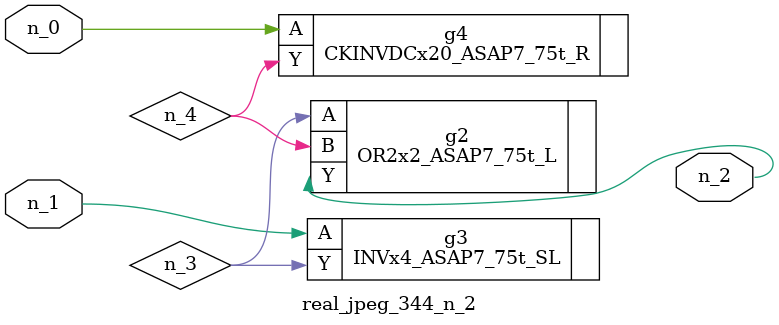
<source format=v>
module real_jpeg_344_n_2 (n_1, n_0, n_2);

input n_1;
input n_0;

output n_2;

wire n_4;
wire n_3;

CKINVDCx20_ASAP7_75t_R g4 ( 
.A(n_0),
.Y(n_4)
);

INVx4_ASAP7_75t_SL g3 ( 
.A(n_1),
.Y(n_3)
);

OR2x2_ASAP7_75t_L g2 ( 
.A(n_3),
.B(n_4),
.Y(n_2)
);


endmodule
</source>
